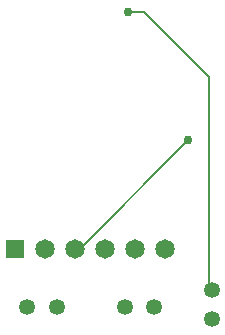
<source format=gbl>
G04 EAGLE Gerber RS-274X export*
G75*
%MOMM*%
%FSLAX34Y34*%
%LPD*%
%INBottom Copper*%
%IPPOS*%
%AMOC8*
5,1,8,0,0,1.08239X$1,22.5*%
G01*
G04 Define Apertures*
%ADD10C,1.348000*%
%ADD11R,1.650000X1.650000*%
%ADD12C,1.650000*%
%ADD13C,0.756400*%
%ADD14C,0.152400*%
D10*
X119380Y651510D03*
X144380Y651510D03*
X193040Y641350D03*
X193040Y666350D03*
X36830Y651510D03*
X61830Y651510D03*
D11*
X26670Y701040D03*
D12*
X52070Y701040D03*
X77470Y701040D03*
X102870Y701040D03*
X128270Y701040D03*
X153670Y701040D03*
D13*
X173192Y792952D03*
D14*
X81280Y701040D02*
X77470Y701040D01*
X81280Y701040D02*
X173192Y792952D01*
X190500Y846455D02*
X135890Y901065D01*
X121920Y901065D01*
X190500Y846455D02*
X190500Y666750D01*
X193040Y666350D01*
D13*
X121920Y901065D03*
M02*

</source>
